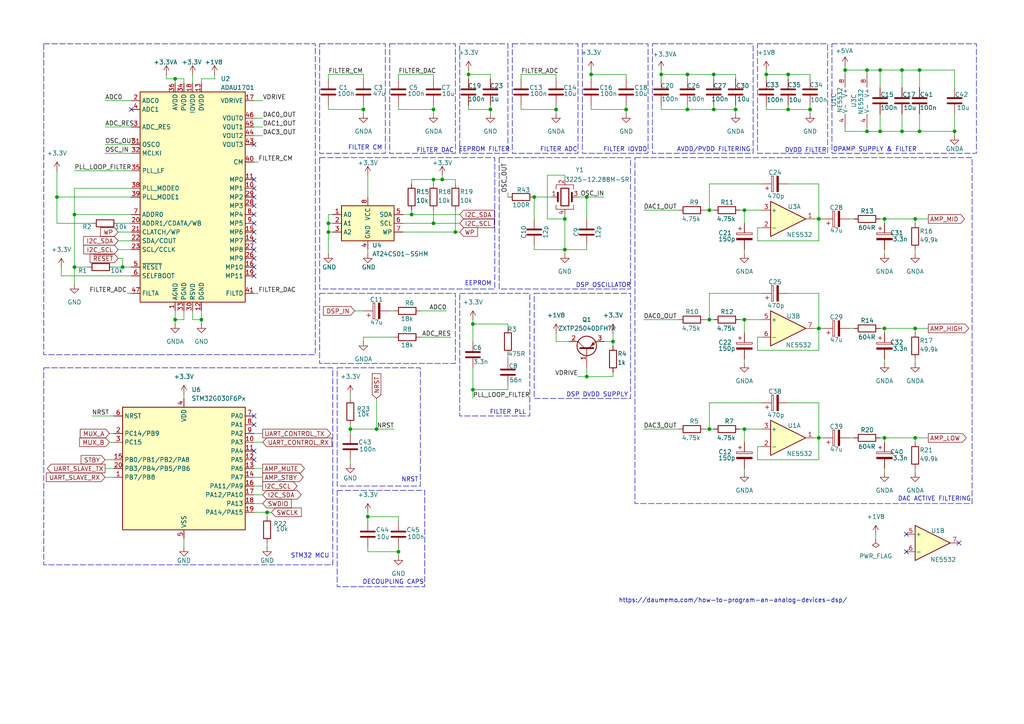
<source format=kicad_sch>
(kicad_sch (version 20231120) (generator "eeschema") (generator_version "8.0")
  (paper "A4")
  (junction (at 16.51 57.15))
  (junction (at 191.77 21.59))
  (junction (at 245.11 20.32))
  (junction (at 154.94 57.15))
  (junction (at 77.47 148.59))
  (junction (at 234.95 31.75))
  (junction (at 265.43 127))
  (junction (at 115.57 160.02))
  (junction (at 222.25 21.59))
  (junction (at 106.68 149.86))
  (junction (at 265.43 63.5))
  (junction (at 199.39 21.59))
  (junction (at 256.54 63.5))
  (junction (at 256.54 127))
  (junction (at 95.25 64.77))
  (junction (at 142.24 31.75))
  (junction (at 276.86 38.1))
  (junction (at 251.46 20.32))
  (junction (at 205.74 60.96))
  (junction (at 228.6 21.59))
  (junction (at 128.27 52.07))
  (junction (at 101.6 124.46))
  (junction (at 237.49 95.25))
  (junction (at 237.49 63.5))
  (junction (at 228.6 31.75))
  (junction (at 50.8 92.71))
  (junction (at 261.62 38.1))
  (junction (at 125.73 31.75))
  (junction (at 137.16 93.98))
  (junction (at 21.59 77.47))
  (junction (at 35.56 77.47))
  (junction (at 125.73 64.77))
  (junction (at 95.25 67.31))
  (junction (at 207.01 21.59))
  (junction (at 215.9 60.96))
  (junction (at 137.16 113.03))
  (junction (at 163.83 72.39))
  (junction (at 163.83 63.5))
  (junction (at 177.8 99.06))
  (junction (at 265.43 95.25))
  (junction (at 205.74 92.71))
  (junction (at 171.45 21.59))
  (junction (at 207.01 31.75))
  (junction (at 50.8 22.86))
  (junction (at 58.42 92.71))
  (junction (at 205.74 124.46))
  (junction (at 215.9 92.71))
  (junction (at 256.54 95.25))
  (junction (at 21.59 62.23))
  (junction (at 215.9 124.46))
  (junction (at 237.49 127))
  (junction (at 170.18 109.22))
  (junction (at 170.18 57.15))
  (junction (at 105.41 31.75))
  (junction (at 261.62 20.32))
  (junction (at 213.36 31.75))
  (junction (at 255.27 20.32))
  (junction (at 181.61 31.75))
  (junction (at 125.73 52.07))
  (junction (at 266.7 20.32))
  (junction (at 251.46 38.1))
  (junction (at 161.29 31.75))
  (junction (at 132.08 67.31))
  (junction (at 109.22 124.46))
  (junction (at 266.7 38.1))
  (junction (at 199.39 31.75))
  (junction (at 135.89 21.59))
  (junction (at 119.38 62.23))
  (junction (at 255.27 38.1))
  (no_connect (at 73.66 64.77))
  (no_connect (at 73.66 77.47))
  (no_connect (at 73.66 52.07))
  (no_connect (at 73.66 57.15))
  (no_connect (at 262.89 154.94))
  (no_connect (at 278.13 157.48))
  (no_connect (at 73.66 120.65))
  (no_connect (at 73.66 130.81))
  (no_connect (at 38.1 31.75))
  (no_connect (at 73.66 62.23))
  (no_connect (at 73.66 74.93))
  (no_connect (at 73.66 67.31))
  (no_connect (at 73.66 54.61))
  (no_connect (at 73.66 72.39))
  (no_connect (at 73.66 123.19))
  (no_connect (at 73.66 59.69))
  (no_connect (at 73.66 41.91))
  (no_connect (at 73.66 133.35))
  (no_connect (at 73.66 69.85))
  (no_connect (at 262.89 160.02))
  (no_connect (at 73.66 80.01))
  (wire (pts (xy 106.68 151.13) (xy 106.68 149.86)))
  (wire (pts (xy 161.29 33.02) (xy 161.29 31.75)))
  (wire (pts (xy 36.83 85.09) (xy 38.1 85.09)))
  (wire (pts (xy 158.75 50.8) (xy 163.83 50.8)))
  (wire (pts (xy 215.9 60.96) (xy 220.98 60.96)))
  (wire (pts (xy 31.75 125.73) (xy 33.02 125.73)))
  (wire (pts (xy 115.57 160.02) (xy 106.68 160.02)))
  (wire (pts (xy 95.25 21.59) (xy 105.41 21.59)))
  (wire (pts (xy 21.59 77.47) (xy 25.4 77.47)))
  (wire (pts (xy 222.25 20.32) (xy 222.25 21.59)))
  (wire (pts (xy 237.49 95.25) (xy 236.22 95.25)))
  (wire (pts (xy 255.27 33.02) (xy 255.27 38.1)))
  (wire (pts (xy 234.95 30.48) (xy 234.95 31.75)))
  (wire (pts (xy 186.69 92.71) (xy 196.85 92.71)))
  (wire (pts (xy 255.27 127) (xy 256.54 127)))
  (wire (pts (xy 237.49 63.5) (xy 236.22 63.5)))
  (wire (pts (xy 256.54 63.5) (xy 265.43 63.5)))
  (wire (pts (xy 205.74 116.84) (xy 220.98 116.84)))
  (wire (pts (xy 137.16 113.03) (xy 137.16 115.57)))
  (wire (pts (xy 125.73 52.07) (xy 125.73 53.34)))
  (wire (pts (xy 163.83 50.8) (xy 163.83 52.07)))
  (wire (pts (xy 191.77 20.32) (xy 191.77 21.59)))
  (wire (pts (xy 245.11 38.1) (xy 251.46 38.1)))
  (wire (pts (xy 266.7 25.4) (xy 266.7 20.32)))
  (wire (pts (xy 255.27 95.25) (xy 256.54 95.25)))
  (wire (pts (xy 219.71 133.35) (xy 237.49 133.35)))
  (wire (pts (xy 135.89 21.59) (xy 142.24 21.59)))
  (wire (pts (xy 137.16 113.03) (xy 137.16 106.68)))
  (wire (pts (xy 256.54 95.25) (xy 256.54 96.52)))
  (wire (pts (xy 137.16 92.71) (xy 137.16 93.98)))
  (wire (pts (xy 147.32 55.88) (xy 147.32 57.15)))
  (wire (pts (xy 205.74 60.96) (xy 205.74 53.34)))
  (wire (pts (xy 105.41 97.79) (xy 114.3 97.79)))
  (wire (pts (xy 30.48 138.43) (xy 33.02 138.43)))
  (wire (pts (xy 48.26 22.86) (xy 50.8 22.86)))
  (wire (pts (xy 213.36 33.02) (xy 213.36 31.75)))
  (wire (pts (xy 21.59 82.55) (xy 21.59 77.47)))
  (wire (pts (xy 228.6 31.75) (xy 234.95 31.75)))
  (wire (pts (xy 142.24 21.59) (xy 142.24 22.86)))
  (wire (pts (xy 115.57 149.86) (xy 115.57 151.13)))
  (wire (pts (xy 73.66 148.59) (xy 77.47 148.59)))
  (wire (pts (xy 191.77 30.48) (xy 191.77 31.75)))
  (wire (pts (xy 151.13 31.75) (xy 161.29 31.75)))
  (wire (pts (xy 116.84 62.23) (xy 119.38 62.23)))
  (wire (pts (xy 207.01 21.59) (xy 213.36 21.59)))
  (wire (pts (xy 228.6 21.59) (xy 228.6 22.86)))
  (wire (pts (xy 219.71 66.04) (xy 219.71 69.85)))
  (wire (pts (xy 125.73 64.77) (xy 133.35 64.77)))
  (wire (pts (xy 105.41 21.59) (xy 105.41 22.86)))
  (wire (pts (xy 261.62 38.1) (xy 261.62 33.02)))
  (wire (pts (xy 21.59 77.47) (xy 21.59 62.23)))
  (wire (pts (xy 95.25 64.77) (xy 95.25 67.31)))
  (wire (pts (xy 58.42 22.86) (xy 58.42 24.13)))
  (wire (pts (xy 265.43 127) (xy 269.24 127)))
  (wire (pts (xy 170.18 63.5) (xy 170.18 57.15)))
  (wire (pts (xy 205.74 53.34) (xy 220.98 53.34)))
  (wire (pts (xy 76.2 128.27) (xy 73.66 128.27)))
  (wire (pts (xy 219.71 129.54) (xy 219.71 133.35)))
  (wire (pts (xy 73.66 146.05) (xy 76.2 146.05)))
  (wire (pts (xy 191.77 21.59) (xy 191.77 22.86)))
  (wire (pts (xy 245.11 20.32) (xy 251.46 20.32)))
  (wire (pts (xy 50.8 22.86) (xy 50.8 24.13)))
  (wire (pts (xy 115.57 21.59) (xy 115.57 22.86)))
  (wire (pts (xy 237.49 133.35) (xy 237.49 127)))
  (wire (pts (xy 177.8 99.06) (xy 177.8 100.33)))
  (wire (pts (xy 256.54 73.66) (xy 256.54 72.39)))
  (wire (pts (xy 30.48 133.35) (xy 33.02 133.35)))
  (wire (pts (xy 237.49 127) (xy 236.22 127)))
  (wire (pts (xy 234.95 33.02) (xy 234.95 31.75)))
  (wire (pts (xy 214.63 60.96) (xy 215.9 60.96)))
  (wire (pts (xy 167.64 109.22) (xy 170.18 109.22)))
  (wire (pts (xy 21.59 54.61) (xy 38.1 54.61)))
  (wire (pts (xy 154.94 72.39) (xy 154.94 71.12)))
  (wire (pts (xy 276.86 38.1) (xy 276.86 33.02)))
  (wire (pts (xy 171.45 20.32) (xy 171.45 21.59)))
  (wire (pts (xy 186.69 124.46) (xy 196.85 124.46)))
  (wire (pts (xy 234.95 22.86) (xy 234.95 21.59)))
  (wire (pts (xy 191.77 31.75) (xy 199.39 31.75)))
  (wire (pts (xy 128.27 52.07) (xy 132.08 52.07)))
  (wire (pts (xy 207.01 21.59) (xy 207.01 22.86)))
  (wire (pts (xy 255.27 20.32) (xy 251.46 20.32)))
  (wire (pts (xy 237.49 63.5) (xy 238.76 63.5)))
  (wire (pts (xy 171.45 30.48) (xy 171.45 31.75)))
  (wire (pts (xy 116.84 67.31) (xy 132.08 67.31)))
  (wire (pts (xy 207.01 30.48) (xy 207.01 31.75)))
  (wire (pts (xy 31.75 128.27) (xy 33.02 128.27)))
  (wire (pts (xy 276.86 25.4) (xy 276.86 20.32)))
  (wire (pts (xy 105.41 30.48) (xy 105.41 31.75)))
  (wire (pts (xy 151.13 21.59) (xy 151.13 22.86)))
  (wire (pts (xy 219.71 97.79) (xy 219.71 101.6)))
  (wire (pts (xy 95.25 64.77) (xy 96.52 64.77)))
  (wire (pts (xy 215.9 104.14) (xy 215.9 105.41)))
  (wire (pts (xy 266.7 38.1) (xy 276.86 38.1)))
  (wire (pts (xy 207.01 60.96) (xy 205.74 60.96)))
  (wire (pts (xy 251.46 38.1) (xy 255.27 38.1)))
  (wire (pts (xy 265.43 95.25) (xy 269.24 95.25)))
  (wire (pts (xy 205.74 124.46) (xy 205.74 116.84)))
  (wire (pts (xy 261.62 38.1) (xy 266.7 38.1)))
  (wire (pts (xy 53.34 156.21) (xy 53.34 158.75)))
  (wire (pts (xy 256.54 127) (xy 256.54 128.27)))
  (wire (pts (xy 199.39 21.59) (xy 207.01 21.59)))
  (wire (pts (xy 256.54 127) (xy 265.43 127)))
  (wire (pts (xy 74.93 85.09) (xy 73.66 85.09)))
  (wire (pts (xy 101.6 124.46) (xy 101.6 125.73)))
  (wire (pts (xy 16.51 57.15) (xy 38.1 57.15)))
  (wire (pts (xy 30.48 36.83) (xy 38.1 36.83)))
  (wire (pts (xy 125.73 52.07) (xy 128.27 52.07)))
  (wire (pts (xy 220.98 129.54) (xy 219.71 129.54)))
  (wire (pts (xy 222.25 30.48) (xy 222.25 31.75)))
  (wire (pts (xy 245.11 21.59) (xy 245.11 20.32)))
  (wire (pts (xy 228.6 21.59) (xy 234.95 21.59)))
  (wire (pts (xy 26.67 64.77) (xy 16.51 64.77)))
  (wire (pts (xy 101.6 124.46) (xy 109.22 124.46)))
  (wire (pts (xy 76.2 125.73) (xy 73.66 125.73)))
  (wire (pts (xy 116.84 64.77) (xy 125.73 64.77)))
  (wire (pts (xy 95.25 21.59) (xy 95.25 22.86)))
  (wire (pts (xy 237.49 95.25) (xy 238.76 95.25)))
  (wire (pts (xy 177.8 96.52) (xy 177.8 99.06)))
  (wire (pts (xy 163.83 63.5) (xy 158.75 63.5)))
  (wire (pts (xy 276.86 38.1) (xy 276.86 39.37)))
  (wire (pts (xy 265.43 64.77) (xy 265.43 63.5)))
  (wire (pts (xy 265.43 128.27) (xy 265.43 127)))
  (wire (pts (xy 105.41 33.02) (xy 105.41 31.75)))
  (wire (pts (xy 255.27 20.32) (xy 261.62 20.32)))
  (wire (pts (xy 186.69 60.96) (xy 196.85 60.96)))
  (wire (pts (xy 26.67 120.65) (xy 33.02 120.65)))
  (wire (pts (xy 215.9 124.46) (xy 215.9 128.27)))
  (wire (pts (xy 95.25 67.31) (xy 95.25 73.66)))
  (wire (pts (xy 215.9 92.71) (xy 215.9 96.52)))
  (wire (pts (xy 33.02 77.47) (xy 35.56 77.47)))
  (wire (pts (xy 170.18 57.15) (xy 175.26 57.15)))
  (wire (pts (xy 38.1 62.23) (xy 21.59 62.23)))
  (wire (pts (xy 181.61 30.48) (xy 181.61 31.75)))
  (wire (pts (xy 34.29 74.93) (xy 35.56 74.93)))
  (wire (pts (xy 261.62 25.4) (xy 261.62 20.32)))
  (wire (pts (xy 161.29 30.48) (xy 161.29 31.75)))
  (wire (pts (xy 106.68 160.02) (xy 106.68 158.75)))
  (wire (pts (xy 115.57 161.29) (xy 115.57 160.02)))
  (wire (pts (xy 165.1 99.06) (xy 161.29 99.06)))
  (wire (pts (xy 34.29 67.31) (xy 38.1 67.31)))
  (wire (pts (xy 245.11 19.05) (xy 245.11 20.32)))
  (wire (pts (xy 53.34 90.17) (xy 53.34 92.71)))
  (wire (pts (xy 255.27 63.5) (xy 256.54 63.5)))
  (wire (pts (xy 163.83 72.39) (xy 154.94 72.39)))
  (wire (pts (xy 181.61 33.02) (xy 181.61 31.75)))
  (wire (pts (xy 77.47 148.59) (xy 77.47 149.86)))
  (wire (pts (xy 115.57 31.75) (xy 125.73 31.75)))
  (wire (pts (xy 213.36 30.48) (xy 213.36 31.75)))
  (wire (pts (xy 119.38 52.07) (xy 125.73 52.07)))
  (wire (pts (xy 106.68 148.59) (xy 106.68 149.86)))
  (wire (pts (xy 246.38 127) (xy 247.65 127)))
  (wire (pts (xy 215.9 135.89) (xy 215.9 137.16)))
  (wire (pts (xy 55.88 21.59) (xy 55.88 24.13)))
  (wire (pts (xy 102.87 90.17) (xy 105.41 90.17)))
  (wire (pts (xy 137.16 99.06) (xy 137.16 93.98)))
  (wire (pts (xy 119.38 62.23) (xy 119.38 60.96)))
  (wire (pts (xy 115.57 21.59) (xy 125.73 21.59)))
  (wire (pts (xy 215.9 92.71) (xy 220.98 92.71)))
  (wire (pts (xy 265.43 135.89) (xy 265.43 137.16)))
  (wire (pts (xy 237.49 127) (xy 237.49 116.84)))
  (wire (pts (xy 251.46 20.32) (xy 251.46 21.59)))
  (wire (pts (xy 205.74 92.71) (xy 205.74 85.09)))
  (wire (pts (xy 109.22 124.46) (xy 114.3 124.46)))
  (wire (pts (xy 171.45 21.59) (xy 181.61 21.59)))
  (wire (pts (xy 125.73 30.48) (xy 125.73 31.75)))
  (wire (pts (xy 30.48 29.21) (xy 38.1 29.21)))
  (wire (pts (xy 16.51 64.77) (xy 16.51 57.15)))
  (wire (pts (xy 255.27 25.4) (xy 255.27 20.32)))
  (wire (pts (xy 181.61 21.59) (xy 181.61 22.86)))
  (wire (pts (xy 237.49 101.6) (xy 237.49 95.25)))
  (wire (pts (xy 199.39 21.59) (xy 199.39 22.86)))
  (wire (pts (xy 151.13 21.59) (xy 161.29 21.59)))
  (wire (pts (xy 177.8 99.06) (xy 175.26 99.06)))
  (wire (pts (xy 237.49 85.09) (xy 228.6 85.09)))
  (wire (pts (xy 34.29 72.39) (xy 38.1 72.39)))
  (wire (pts (xy 246.38 95.25) (xy 247.65 95.25)))
  (wire (pts (xy 214.63 124.46) (xy 215.9 124.46)))
  (wire (pts (xy 204.47 124.46) (xy 205.74 124.46)))
  (wire (pts (xy 95.25 30.48) (xy 95.25 31.75)))
  (wire (pts (xy 215.9 72.39) (xy 215.9 73.66)))
  (wire (pts (xy 261.62 20.32) (xy 266.7 20.32)))
  (wire (pts (xy 265.43 96.52) (xy 265.43 95.25)))
  (wire (pts (xy 73.66 34.29) (xy 76.2 34.29)))
  (wire (pts (xy 151.13 30.48) (xy 151.13 31.75)))
  (wire (pts (xy 125.73 33.02) (xy 125.73 31.75)))
  (wire (pts (xy 154.94 57.15) (xy 154.94 63.5)))
  (wire (pts (xy 219.71 69.85) (xy 237.49 69.85)))
  (wire (pts (xy 163.83 62.23) (xy 163.83 63.5)))
  (wire (pts (xy 106.68 72.39) (xy 106.68 73.66)))
  (wire (pts (xy 58.42 90.17) (xy 58.42 92.71)))
  (wire (pts (xy 109.22 115.57) (xy 109.22 124.46)))
  (wire (pts (xy 119.38 62.23) (xy 133.35 62.23)))
  (wire (pts (xy 161.29 99.06) (xy 161.29 96.52)))
  (wire (pts (xy 237.49 69.85) (xy 237.49 63.5)))
  (wire (pts (xy 254 156.21) (xy 254 154.94)))
  (wire (pts (xy 147.32 113.03) (xy 147.32 111.76)))
  (wire (pts (xy 132.08 67.31) (xy 133.35 67.31)))
  (wire (pts (xy 228.6 30.48) (xy 228.6 31.75)))
  (wire (pts (xy 105.41 97.79) (xy 105.41 99.06)))
  (wire (pts (xy 121.92 97.79) (xy 130.81 97.79)))
  (wire (pts (xy 207.01 124.46) (xy 205.74 124.46)))
  (wire (pts (xy 74.93 46.99) (xy 73.66 46.99)))
  (wire (pts (xy 214.63 92.71) (xy 215.9 92.71)))
  (wire (pts (xy 147.32 93.98) (xy 137.16 93.98)))
  (wire (pts (xy 220.98 97.79) (xy 219.71 97.79)))
  (wire (pts (xy 237.49 95.25) (xy 237.49 85.09)))
  (wire (pts (xy 38.1 80.01) (xy 17.78 80.01)))
  (wire (pts (xy 30.48 41.91) (xy 38.1 41.91)))
  (wire (pts (xy 21.59 49.53) (xy 38.1 49.53)))
  (wire (pts (xy 256.54 95.25) (xy 265.43 95.25)))
  (wire (pts (xy 106.68 149.86) (xy 115.57 149.86)))
  (wire (pts (xy 55.88 90.17) (xy 55.88 92.71)))
  (wire (pts (xy 119.38 53.34) (xy 119.38 52.07)))
  (wire (pts (xy 171.45 31.75) (xy 181.61 31.75)))
  (wire (pts (xy 62.23 21.59) (xy 62.23 22.86)))
  (wire (pts (xy 53.34 92.71) (xy 50.8 92.71)))
  (wire (pts (xy 199.39 31.75) (xy 207.01 31.75)))
  (wire (pts (xy 163.83 63.5) (xy 163.83 72.39)))
  (wire (pts (xy 237.49 116.84) (xy 228.6 116.84)))
  (wire (pts (xy 137.16 113.03) (xy 147.32 113.03)))
  (wire (pts (xy 147.32 95.25) (xy 147.32 93.98)))
  (wire (pts (xy 142.24 30.48) (xy 142.24 31.75)))
  (wire (pts (xy 199.39 30.48) (xy 199.39 31.75)))
  (wire (pts (xy 34.29 69.85) (xy 38.1 69.85)))
  (wire (pts (xy 53.34 114.3) (xy 53.34 115.57)))
  (wire (pts (xy 17.78 77.47) (xy 17.78 80.01)))
  (wire (pts (xy 171.45 21.59) (xy 171.45 22.86)))
  (wire (pts (xy 215.9 60.96) (xy 215.9 64.77)))
  (wire (pts (xy 167.64 57.15) (xy 170.18 57.15)))
  (wire (pts (xy 115.57 158.75) (xy 115.57 160.02)))
  (wire (pts (xy 135.89 20.32) (xy 135.89 21.59)))
  (wire (pts (xy 251.46 36.83) (xy 251.46 38.1)))
  (wire (pts (xy 204.47 60.96) (xy 205.74 60.96)))
  (wire (pts (xy 121.92 90.17) (xy 129.54 90.17)))
  (wire (pts (xy 132.08 53.34) (xy 132.08 52.07)))
  (wire (pts (xy 245.11 36.83) (xy 245.11 38.1)))
  (wire (pts (xy 135.89 31.75) (xy 142.24 31.75)))
  (wire (pts (xy 30.48 135.89) (xy 33.02 135.89)))
  (wire (pts (xy 170.18 106.68) (xy 170.18 109.22)))
  (wire (pts (xy 76.2 135.89) (xy 73.66 135.89)))
  (wire (pts (xy 106.68 50.8) (xy 106.68 57.15)))
  (wire (pts (xy 191.77 21.59) (xy 199.39 21.59)))
  (wire (pts (xy 246.38 63.5) (xy 247.65 63.5)))
  (wire (pts (xy 53.34 24.13) (xy 53.34 22.86)))
  (wire (pts (xy 177.8 107.95) (xy 177.8 109.22)))
  (wire (pts (xy 30.48 44.45) (xy 38.1 44.45)))
  (wire (pts (xy 62.23 22.86) (xy 58.42 22.86)))
  (wire (pts (xy 213.36 21.59) (xy 213.36 22.86)))
  (wire (pts (xy 158.75 63.5) (xy 158.75 50.8)))
  (wire (pts (xy 125.73 64.77) (xy 125.73 60.96)))
  (wire (pts (xy 35.56 77.47) (xy 38.1 77.47)))
  (wire (pts (xy 204.47 92.71) (xy 205.74 92.71)))
  (wire (pts (xy 163.83 73.66) (xy 163.83 72.39)))
  (wire (pts (xy 113.03 90.17) (xy 114.3 90.17)))
  (wire (pts (xy 73.66 36.83) (xy 76.2 36.83)))
  (wire (pts (xy 128.27 50.8) (xy 128.27 52.07)))
  (wire (pts (xy 256.54 105.41) (xy 256.54 104.14)))
  (wire (pts (xy 256.54 63.5) (xy 256.54 64.77)))
  (wire (pts (xy 142.24 33.02) (xy 142.24 31.75)))
  (wire (pts (xy 132.08 67.31) (xy 132.08 60.96)))
  (wire (pts (xy 170.18 72.39) (xy 163.83 72.39)))
  (wire (pts (xy 170.18 71.12) (xy 170.18 72.39)))
  (wire (pts (xy 125.73 21.59) (xy 125.73 22.86)))
  (wire (pts (xy 16.51 49.53) (xy 16.51 57.15)))
  (wire (pts (xy 58.42 92.71) (xy 58.42 93.98)))
  (wire (pts (xy 205.74 85.09) (xy 220.98 85.09)))
  (wire (pts (xy 219.71 101.6) (xy 237.49 101.6)))
  (wire (pts (xy 96.52 62.23) (xy 95.25 62.23)))
  (wire (pts (xy 237.49 127) (xy 238.76 127)))
  (wire (pts (xy 76.2 143.51) (xy 73.66 143.51)))
  (wire (pts (xy 160.02 57.15) (xy 154.94 57.15)))
  (wire (pts (xy 135.89 21.59) (xy 135.89 22.86)))
  (wire (pts (xy 77.47 148.59) (xy 78.74 148.59)))
  (wire (pts (xy 147.32 102.87) (xy 147.32 104.14)))
  (wire (pts (xy 95.25 31.75) (xy 105.41 31.75)))
  (wire (pts (xy 48.26 22.86) (xy 48.26 21.59)))
  (wire (pts (xy 21.59 54.61) (xy 21.59 62.23)))
  (wire (pts (xy 222.25 21.59) (xy 228.6 21.59)))
  (wire (pts (xy 255.27 38.1) (xy 261.62 38.1)))
  (wire (pts (xy 265.43 72.39) (xy 265.43 73.66)))
  (wire (pts (xy 220.98 66.04) (xy 219.71 66.04)))
  (wire (pts (xy 222.25 21.59) (xy 222.25 22.86)))
  (wire (pts (xy 237.49 63.5) (xy 237.49 53.34)))
  (wire (pts (xy 161.29 21.59) (xy 161.29 22.86)))
  (wire (pts (xy 135.89 30.48) (xy 135.89 31.75)))
  (wire (pts (xy 101.6 133.35) (xy 101.6 134.62)))
  (wire (pts (xy 95.25 67.31) (xy 96.52 67.31)))
  (wire (pts (xy 101.6 123.19) (xy 101.6 124.46)))
  (wire (pts (xy 177.8 109.22) (xy 170.18 109.22)))
  (wire (pts (xy 237.49 53.34) (xy 228.6 53.34)))
  (wire (pts (xy 73.66 29.21) (xy 76.2 29.21)))
  (wire (pts (xy 55.88 92.71) (xy 58.42 92.71)))
  (wire (pts (xy 207.01 92.71) (xy 205.74 92.71)))
  (wire (pts (xy 53.34 22.86) (xy 50.8 22.86)))
  (wire (pts (xy 73.66 39.37) (xy 76.2 39.37)))
  (wire (pts (xy 222.25 31.75) (xy 228.6 31.75)))
  (wire (pts (xy 101.6 114.3) (xy 101.6 115.57)))
  (wire (pts (xy 50.8 92.71) (xy 50.8 93.98)))
  (wire (pts (xy 215.9 124.46) (xy 220.98 124.46)))
  (wire (pts (xy 265.43 63.5) (xy 269.24 63.5)))
  (wire (pts (xy 207.01 31.75) (xy 213.36 31.75)))
  (wire (pts (xy 276.86 20.32) (xy 266.7 20.32)))
  (wire (pts (xy 95.25 62.23) (xy 95.25 64.77)))
  (wire (pts (xy 266.7 33.02) (xy 266.7 38.1)))
  (wire (pts (xy 76.2 140.97) (xy 73.66 140.97)))
  (wire (pts (xy 256.54 137.16) (xy 256.54 135.89)))
  (wire (pts (xy 76.2 138.43) (xy 73.66 138.43)))
  (wire (pts (xy 50.8 90.17) (xy 50.8 92.71)))
  (wire (pts (xy 34.29 64.77) (xy 38.1 64.77)))
  (wire (pts (xy 115.57 30.48) (xy 115.57 31.75)))
  (wire (pts (xy 265.43 104.14) (xy 265.43 105.41)))
  (wire (pts (xy 35.56 74.93) (xy 35.56 77.47)))
  (wire (pts (xy 77.47 157.48) (xy 77.47 158.75)))
  (rectangle (start 219.71 12.7) (end 240.03 44.45) (stroke (width 0) (type dash)))
  (rectangle (start 133.35 12.7) (end 147.32 44.45) (stroke (width 0) (type dash)))
  (rectangle (start 144.78 45.72) (end 182.88 83.82) (stroke (width 0) (type dash)))
  (rectangle (start 148.59 12.7) (end 167.64 44.45) (stroke (width 0) (type dash)))
  (rectangle (start 92.71 45.72) (end 143.51 83.82) (stroke (width 0) (type dash)))
  (rectangle (start 133.35 85.09) (end 153.67 120.65) (stroke (width 0) (type dash)))
  (rectangle (start 241.3 12.7) (end 283.21 44.45) (stroke (width 0) (type dash)))
  (rectangle (start 168.91 12.7) (end 187.96 44.45) (stroke (width 0) (type dash)))
  (rectangle (start 97.79 142.24) (end 123.19 170.18) (stroke (width 0) (type dash)))
  (rectangle (start 12.7 12.7) (end 91.44 102.87) (stroke (width 0) (type dash)))
  (rectangle (start 92.71 12.7) (end 111.76 44.45) (stroke (width 0) (type dash)))
  (rectangle (start 92.71 85.09) (end 132.08 105.41) (stroke (width 0) (type dash)))
  (rectangle (start 184.15 45.72) (end 281.94 146.05) (stroke (width 0) (type dash)))
  (rectangle (start 189.23 12.7) (end 218.44 44.45) (stroke (width 0) (type dash)))
  (rectangle (start 154.94 85.09) (end 182.88 115.57) (stroke (width 0) (type dash)))
  (rectangle (start 113.03 12.7) (end 132.08 44.45) (stroke (width 0) (type dash)))
  (rectangle (start 97.79 106.68) (end 121.92 140.97) (stroke (width 0) (type dash)))
  (rectangle (start 12.7 106.68) (end 96.52 163.83) (stroke (width 0) (type dash)))
  (text "EEPROM" (at 138.684 82.296 0) (effects (font (size 1.27 1.27))))
  (text "DAC ACTIVE FILTERING" (at 271.018 144.78 0) (effects (font (size 1.27 1.27))))
  (text "DECOUPLING CAPS" (at 114.046 168.91 0) (effects (font (size 1.27 1.27))))
  (text "AVDD/PVDD FILTERING" (at 207.01 43.434 0) (effects (font (size 1.27 1.27))))
  (text "STM32 MCU\n" (at 89.916 161.29 0) (effects (font (size 1.27 1.27))))
  (text "FILTER PLL" (at 147.32 119.634 0) (effects (font (size 1.27 1.27))))
  (text "DVDD FILTER" (at 233.68 43.688 0) (effects (font (size 1.27 1.27))))
  (text "https://daumemo.com/how-to-program-an-analog-devices-dsp/" (at 212.598 174.244 0) (effects (font (size 1.27 1.27))))
  (text "FILTER DAC" (at 126.238 43.688 0) (effects (font (size 1.27 1.27))))
  (text "OPAMP SUPPLY & FILTER" (at 253.746 43.434 0) (effects (font (size 1.27 1.27))))
  (text "EEPROM FILTER\n" (at 140.462 43.434 0) (effects (font (size 1.27 1.27))))
  (text "FILTER ADC" (at 162.052 43.434 0) (effects (font (size 1.27 1.27))))
  (text "FILTER CM" (at 105.918 42.926 0) (effects (font (size 1.27 1.27))))
  (text "DSP OSCILLATOR" (at 175.006 82.804 0) (effects (font (size 1.27 1.27))))
  (text "FILTER IOVDD" (at 181.356 43.434 0) (effects (font (size 1.27 1.27))))
  (text "DSP DVDD SUPPLY" (at 173.228 114.554 0) (effects (font (size 1.27 1.27))))
  (text "NRST" (at 118.872 139.192 0) (effects (font (size 1.27 1.27))))
  (label "FILTER_CM" (at 74.93 46.99 0))
  (label "OSC_IN" (at 30.48 44.45 0))
  (label "DAC3_OUT" (at 76.2 39.37 0))
  (label "NRST" (at 26.67 120.65 0))
  (label "ADC_RES" (at 130.81 97.79 180))
  (label "OSC_IN" (at 175.26 57.15 180))
  (label "OSC_OUT" (at 147.32 55.88 90))
  (label "PLL_LOOP_FILTER" (at 21.59 49.53 0))
  (label "ADC_RES" (at 30.48 36.83 0))
  (label "FILTER_CM" (at 95.25 21.59 0))
  (label "FILTER_DAC" (at 115.57 21.59 0))
  (label "OSC_OUT" (at 30.48 41.91 0))
  (label "DAC0_OUT" (at 186.69 92.71 0))
  (label "DAC3_OUT" (at 186.69 124.46 0))
  (label "DAC1_OUT" (at 76.2 36.83 0))
  (label "DAC1_OUT" (at 186.69 60.96 0))
  (label "FILTER_ADC" (at 151.13 21.59 0))
  (label "ADC0" (at 30.48 29.21 0))
  (label "FILTER_DAC" (at 74.93 85.09 0))
  (label "VDRIVE" (at 167.64 109.22 180))
  (label "FILTER_ADC" (at 36.83 85.09 180))
  (label "DAC0_OUT" (at 76.2 34.29 0))
  (label "PLL_LOOP_FILTER" (at 137.16 115.57 0))
  (label "VDRIVE" (at 76.2 29.21 0))
  (label "NRST" (at 114.3 124.46 180))
  (label "ADC0" (at 129.54 90.17 180))
  (global_label "AMP_MID" (shape output) (at 269.24 63.5 0) (property "Intersheetrefs" "${INTERSHEET_REFS}" (effects (hide yes))))
  (global_label "UART_SLAVE_TX" (shape output) (at 30.48 135.89 180) (property "Intersheetrefs" "${INTERSHEET_REFS}" (effects (hide yes))))
  (global_label "WP" (shape input) (at 34.29 67.31 180) (property "Intersheetrefs" "${INTERSHEET_REFS}" (effects (hide yes))))
  (global_label "AMP_STBY" (shape output) (at 76.2 138.43 0) (property "Intersheetrefs" "${INTERSHEET_REFS}" (effects (hide yes))))
  (global_label "I2C_SCL" (shape output) (at 76.2 140.97 0) (property "Intersheetrefs" "${INTERSHEET_REFS}" (effects (hide yes))))
  (global_label "AMP_HIGH" (shape output) (at 269.24 95.25 0) (property "Intersheetrefs" "${INTERSHEET_REFS}" (effects (hide yes))))
  (global_label "I2C_SDA" (shape input) (at 133.35 62.23 0) (property "Intersheetrefs" "${INTERSHEET_REFS}" (effects (hide yes))))
  (global_label "MUX_A" (shape input) (at 31.75 125.73 180) (property "Intersheetrefs" "${INTERSHEET_REFS}" (effects (hide yes))))
  (global_label "AMP_LOW" (shape output) (at 269.24 127 0) (property "Intersheetrefs" "${INTERSHEET_REFS}" (effects (hide yes))))
  (global_label "I2C_SCL" (shape input) (at 34.29 72.39 180) (property "Intersheetrefs" "${INTERSHEET_REFS}" (effects (hide yes))))
  (global_label "UART_CONTROL_RX" (shape input) (at 76.2 128.27 0) (property "Intersheetrefs" "${INTERSHEET_REFS}" (effects (hide yes))))
  (global_label "MUX_B" (shape input) (at 31.75 128.27 180) (property "Intersheetrefs" "${INTERSHEET_REFS}" (effects (hide yes))))
  (global_label "I2C_SDA" (shape input) (at 34.29 69.85 180) (property "Intersheetrefs" "${INTERSHEET_REFS}" (effects (hide yes))))
  (global_label "I2C_SCL" (shape input) (at 133.35 64.77 0) (property "Intersheetrefs" "${INTERSHEET_REFS}" (effects (hide yes))))
  (global_label "~{RESET}" (shape input) (at 34.29 74.93 180) (property "Intersheetrefs" "${INTERSHEET_REFS}" (effects (hide yes))))
  (global_label "SWDIO" (shape input) (at 76.2 146.05 0) (property "Intersheetrefs" "${INTERSHEET_REFS}" (effects (hide yes))))
  (global_label "NRST" (shape input) (at 109.22 115.57 90) (property "Intersheetrefs" "${INTERSHEET_REFS}" (effects (hide yes))))
  (global_label "DSP_IN" (shape input) (at 102.87 90.17 180) (property "Intersheetrefs" "${INTERSHEET_REFS}" (effects (hide yes))))
  (global_label "UART_CONTROL_TX" (shape output) (at 76.2 125.73 0) (property "Intersheetrefs" "${INTERSHEET_REFS}" (effects (hide yes))))
  (global_label "I2C_SDA" (shape bidirectional) (at 76.2 143.51 0) (property "Intersheetrefs" "${INTERSHEET_REFS}" (effects (hide yes))))
  (global_label "WP" (shape input) (at 133.35 67.31 0) (property "Intersheetrefs" "${INTERSHEET_REFS}" (effects (hide yes))))
  (global_label "AMP_MUTE" (shape output) (at 76.2 135.89 0) (property "Intersheetrefs" "${INTERSHEET_REFS}" (effects (hide yes))))
  (global_label "STBY" (shape input) (at 30.48 133.35 180) (property "Intersheetrefs" "${INTERSHEET_REFS}" (effects (hide yes))))
  (global_label "SWCLK" (shape input) (at 78.74 148.59 0) (property "Intersheetrefs" "${INTERSHEET_REFS}" (effects (hide yes))))
  (global_label "UART_SLAVE_RX" (shape input) (at 30.48 138.43 180) (property "Intersheetrefs" "${INTERSHEET_REFS}" (effects (hide yes))))
  (symbol (lib_id "power:GNDA") (at 215.9 137.16 0) (unit 1)
    (property "Reference" "#PWR08" (effects (hide yes)))
    (property "Value" "GNDA" (at 215.9 142.24 0))
    (property "Description" "Power symbol creates a global label with name \"GNDA\" , analog ground" (effects (hide yes)))
  )
  (symbol (lib_id "power:+3.3V") (at 106.68 148.59 0) (unit 1)
    (property "Reference" "#PWR066" (effects (hide yes)))
    (property "Value" "+3.3V" (at 106.68 143.51 0))
    (property "Description" "Power symbol creates a global label with name \"+3.3V\"" (effects (hide yes)))
  )
  (symbol (lib_id "power:+3.3V") (at 16.51 49.53 0) (unit 1)
    (property "Reference" "#PWR010" (effects (hide yes)))
    (property "Value" "+3.3V" (at 16.51 44.45 0))
    (property "Description" "Power symbol creates a global label with name \"+3.3V\"" (effects (hide yes)))
  )
  (symbol (lib_id "power:GNDA") (at 215.9 73.66 0) (unit 1)
    (property "Reference" "#PWR036" (effects (hide yes)))
    (property "Value" "GNDA" (at 215.9 78.74 0))
    (property "Description" "Power symbol creates a global label with name \"GNDA\" , analog ground" (effects (hide yes)))
  )
  (symbol (lib_id "Device:C") (at 228.6 26.67 0) (unit 1)
    (property "Reference" "C35" (at 230.378 24.638 0))
    (property "Value" "10u" (at 230.632 28.956 0))
    (property "Footprint" "Capacitor_SMD:C_0603_1608Metric_Pad1.08x0.95mm_HandSolder" (effects (hide yes)))
    (property "Description" "Unpolarized capacitor" (effects (hide yes)))
  )
  (symbol (lib_id "Device:R") (at 210.82 60.96 90) (unit 1)
    (property "Reference" "R11" (at 212.852 58.674 90) (effects (justify left)))
    (property "Value" "4.75k" (at 213.36 63.5 90) (effects (justify left)))
    (property "Footprint" "Resistor_SMD:R_0603_1608Metric_Pad0.98x0.95mm_HandSolder" (effects (hide yes)))
    (property "Description" "Resistor" (effects (hide yes)))
  )
  (symbol (lib_id "power:+3.3VA") (at 191.77 20.32 0) (unit 1)
    (property "Reference" "#PWR035" (effects (hide yes)))
    (property "Value" "+3.3VA" (at 192.786 15.748 0))
    (property "Description" "Power symbol creates a global label with name \"+3.3VA\"" (effects (hide yes)))
  )
  (symbol (lib_id "power:PWR_FLAG") (at 254 156.21 180) (unit 1)
    (property "Reference" "#FLG011" (effects (hide yes)))
    (property "Value" "PWR_FLAG" (at 254 161.29 0))
    (property "Description" "Special symbol for telling ERC where power comes from" (effects (hide yes)))
  )
  (symbol (lib_id "Device:R") (at 200.66 92.71 90) (unit 1)
    (property "Reference" "R10" (at 202.692 90.424 90) (effects (justify left)))
    (property "Value" "4.75k" (at 203.2 95.25 90) (effects (justify left)))
    (property "Footprint" "Resistor_SMD:R_0603_1608Metric_Pad0.98x0.95mm_HandSolder" (effects (hide yes)))
    (property "Description" "Resistor" (effects (hide yes)))
  )
  (symbol (lib_id "power:GND") (at 21.59 82.55 0) (unit 1)
    (property "Reference" "#PWR012" (effects (hide yes)))
    (property "Value" "GND" (at 21.59 87.63 0))
    (property "Description" "Power symbol creates a global label with name \"GND\" , ground" (effects (hide yes)))
  )
  (symbol (lib_id "power:GND") (at 101.6 134.62 0) (unit 1)
    (property "Reference" "#PWR064" (effects (hide yes)))
    (property "Value" "GND" (at 101.6 138.684 0))
    (property "Description" "Power symbol creates a global label with name \"GND\" , ground" (effects (hide yes)))
  )
  (symbol (lib_id "power:+3.3V") (at 55.88 21.59 0) (unit 1)
    (property "Reference" "#PWR017" (effects (hide yes)))
    (property "Value" "+3.3V" (at 55.626 18.034 0))
    (property "Description" "Power symbol creates a global label with name \"+3.3V\"" (effects (hide yes)))
  )
  (symbol (lib_id "Device:C_Polarized") (at 242.57 127 90) (unit 1)
    (property "Reference" "C39" (at 242.57 123.698 90))
    (property "Value" "47u" (at 242.57 130.302 90))
    (property "Footprint" "Capacitor_SMD:C_0603_1608Metric_Pad1.08x0.95mm_HandSolder" (effects (hide yes)))
    (property "Description" "Polarized capacitor" (effects (hide yes)))
  )
  (symbol (lib_id "power:+3.3V") (at 17.78 77.47 0) (unit 1)
    (property "Reference" "#PWR011" (effects (hide yes)))
    (property "Value" "+3.3V" (at 17.78 72.39 0))
    (property "Description" "Power symbol creates a global label with name \"+3.3V\"" (effects (hide yes)))
  )
  (symbol (lib_id "power:GNDA") (at 276.86 39.37 0) (unit 1)
    (property "Reference" "#PWR060" (effects (hide yes)))
    (property "Value" "GNDA" (at 276.86 43.18 0))
    (property "Description" "Power symbol creates a global label with name \"GNDA\" , analog ground" (effects (hide yes)))
  )
  (symbol (lib_id "Device:R") (at 200.66 60.96 90) (unit 1)
    (property "Reference" "R9" (at 202.692 58.674 90) (effects (justify left)))
    (property "Value" "4.75k" (at 203.2 63.5 90) (effects (justify left)))
    (property "Footprint" "Resistor_SMD:R_0603_1608Metric_Pad0.98x0.95mm_HandSolder" (effects (hide yes)))
    (property "Description" "Resistor" (effects (hide yes)))
  )
  (symbol (lib_id "Device:Q_PNP_BCE") (at 170.18 101.6 90) (unit 1)
    (property "Reference" "Q1" (at 170.18 92.71 90))
    (property "Value" "ZXTP25040DFHTA" (at 170.18 95.25 90))
    (property "Footprint" "Package_TO_SOT_SMD:SOT-23_Handsoldering" (effects (hide yes)))
    (property "Description" "PNP transistor, base/collector/emitter" (effects (hide yes)))
  )
  (symbol (lib_id "power:+3.3V") (at 137.16 92.71 0) (unit 1)
    (property "Reference" "#PWR023" (effects (hide yes)))
    (property "Value" "+3.3V" (at 137.16 87.63 0))
    (property "Description" "Power symbol creates a global label with name \"+3.3V\"" (effects (hide yes)))
  )
  (symbol (lib_id "Device:C") (at 266.7 29.21 0) (unit 1)
    (property "Reference" "C41" (at 268.732 27.432 0))
    (property "Value" "100n" (at 269.24 31.242 0))
    (property "Footprint" "Capacitor_SMD:C_0603_1608Metric_Pad1.08x0.95mm_HandSolder" (effects (hide yes)))
    (property "Description" "Unpolarized capacitor" (effects (hide yes)))
  )
  (symbol (lib_id "Device:R") (at 251.46 95.25 90) (unit 1)
    (property "Reference" "R14" (at 253.492 92.964 90) (effects (justify left)))
    (property "Value" "604R" (at 254 97.79 90) (effects (justify left)))
    (property "Footprint" "Resistor_SMD:R_0603_1608Metric_Pad0.98x0.95mm_HandSolder" (effects (hide yes)))
    (property "Description" "Resistor" (effects (hide yes)))
  )
  (symbol (lib_id "Device:C_Polarized") (at 224.79 116.84 90) (unit 1)
    (property "Reference" "C38" (at 224.79 113.538 90))
    (property "Value" "470p" (at 225.044 120.396 90))
    (property "Footprint" "Capacitor_SMD:C_0603_1608Metric_Pad1.08x0.95mm_HandSolder" (effects (hide yes)))
    (property "Description" "Polarized capacitor" (effects (hide yes)))
  )
  (symbol (lib_id "Device:R") (at 119.38 57.15 0) (unit 1)
    (property "Reference" "R15" (at 120.65 55.626 0) (effects (justify left)))
    (property "Value" "10k" (at 120.65 58.166 0) (effects (justify left)))
    (property "Footprint" "Resistor_SMD:R_0603_1608Metric_Pad0.98x0.95mm_HandSolder" (effects (hide yes)))
    (property "Description" "Resistor" (effects (hide yes)))
  )
  (symbol (lib_id "Device:C") (at 151.13 26.67 0) (unit 1)
    (property "Reference" "C13" (at 155.448 25.4 0))
    (property "Value" "100n" (at 156.21 27.178 0))
    (property "Footprint" "Capacitor_SMD:C_0603_1608Metric_Pad1.08x0.95mm_HandSolder" (effects (hide yes)))
    (property "Description" "Unpolarized capacitor" (effects (hide yes)))
  )
  (symbol (lib_id "power:+3.3V") (at 135.89 20.32 0) (unit 1)
    (property "Reference" "#PWR034" (effects (hide yes)))
    (property "Value" "+3.3V" (at 135.89 15.24 0))
    (property "Description" "Power symbol creates a global label with name \"+3.3V\"" (effects (hide yes)))
  )
  (symbol (lib_id "power:GND") (at 77.47 158.75 0) (unit 1)
    (property "Reference" "#PWR062" (effects (hide yes)))
    (property "Value" "GND" (at 77.47 162.56 0))
    (property "Description" "Power symbol creates a global label with name \"GND\" , ground" (effects (hide yes)))
  )
  (symbol (lib_id "Device:C") (at 105.41 26.67 0) (unit 1)
    (property "Reference" "C3" (at 109.728 25.4 0))
    (property "Value" "47u" (at 109.982 27.178 0))
    (property "Footprint" "Capacitor_SMD:C_0603_1608Metric_Pad1.08x0.95mm_HandSolder" (effects (hide yes)))
    (property "Description" "Unpolarized capacitor" (effects (hide yes)))
  )
  (symbol (lib_id "Amplifier_Operational:AD8606ARM") (at 228.6 95.25 0) (unit 2)
    (property "Reference" "U3" (at 230.124 91.694 0))
    (property "Value" "NE5532" (at 231.648 100.076 0))
    (property "Footprint" "Package_SO:SOIC-8-1EP_3.9x4.9mm_P1.27mm_EP2.29x3mm" (effects (hide yes)))
    (property "Datasheet" "https://www.analog.com/media/en/technical-documentation/data-sheets/AD8605_8606_8608.pdf" (effects (hide yes)))
    (property "Description" "Dual Precision Low Noise, Low Input Bias Current, Wide Bandwidth Operational Amplifiers, MSOP-8" (effects (hide yes)))
  )
  (symbol (lib_id "Device:R") (at 200.66 124.46 90) (unit 1)
    (property "Reference" "R5" (at 202.692 122.174 90) (effects (justify left)))
    (property "Value" "4.75k" (at 203.2 127 90) (effects (justify left)))
    (property "Footprint" "Resistor_SMD:R_0603_1608Metric_Pad0.98x0.95mm_HandSolder" (effects (hide yes)))
    (property "Description" "Resistor" (effects (hide yes)))
  )
  (symbol (lib_id "power:GND") (at 106.68 73.66 0) (unit 1)
    (property "Reference" "#PWR042" (effects (hide yes)))
    (property "Value" "GND" (at 106.934 77.47 0))
    (property "Description" "Power symbol creates a global label with name \"GND\" , ground" (effects (hide yes)))
  )
  (symbol (lib_id "power:+1V8") (at 254 154.94 0) (unit 1)
    (property "Reference" "#PWR074" (effects (hide yes)))
    (property "Value" "+1V8" (at 254 149.86 0))
    (property "Description" "Power symbol creates a global label with name \"+1V8\"" (effects (hide yes)))
  )
  (symbol (lib_id "Device:R") (at 265.43 68.58 0) (unit 1)
    (property "Reference" "R16" (at 266.7 67.056 0) (effects (justify left)))
    (property "Value" "49.9k" (at 266.7 69.596 0) (effects (justify left)))
    (property "Footprint" "Resistor_SMD:R_0603_1608Metric_Pad0.98x0.95mm_HandSolder" (effects (hide yes)))
    (property "Description" "Resistor" (effects (hide yes)))
  )
  (symbol (lib_id "Device:C_Polarized") (at 215.9 132.08 0) (unit 1)
    (property "Reference" "C12" (at 210.312 131.064 0))
    (property "Value" "150p" (at 210.82 132.842 0))
    (property "Footprint" "Capacitor_SMD:C_0603_1608Metric_Pad1.08x0.95mm_HandSolder" (effects (hide yes)))
    (property "Description" "Polarized capacitor" (effects (hide yes)))
  )
  (symbol (lib_id "Amplifier_Operational:AD8606ARM") (at 247.65 29.21 0) (unit 3)
    (property "Reference" "U1" (at 241.808 30.988 90) (effects (justify left)))
    (property "Value" "NE5532" (at 243.586 32.766 90) (effects (justify left)))
    (property "Footprint" "Package_SO:SOIC-8-1EP_3.9x4.9mm_P1.27mm_EP2.29x3mm" (effects (hide yes)))
    (property "Datasheet" "https://www.analog.com/media/en/technical-documentation/data-sheets/AD8605_8606_8608.pdf" (effects (hide yes)))
    (property "Description" "Dual Precision Low Noise, Low Input Bias Current, Wide Bandwidth Operational Amplifiers, MSOP-8" (effects (hide yes)))
  )
  (symbol (lib_id "power:+3.3V") (at 53.34 114.3 0) (unit 1)
    (property "Reference" "#PWR032" (effects (hide yes)))
    (property "Value" "+3.3V" (at 53.34 109.22 0))
    (property "Description" "Power symbol creates a global label with name \"+3.3V\"" (effects (hide yes)))
  )
  (symbol (lib_id "Device:R") (at 30.48 64.77 270) (unit 1)
    (property "Reference" "R2" (at 23.876 65.786 90) (effects (justify left)))
    (property "Value" "10k" (at 33.274 65.786 90) (effects (justify left)))
    (property "Footprint" "Resistor_SMD:R_0603_1608Metric_Pad0.98x0.95mm_HandSolder" (effects (hide yes)))
    (property "Description" "Resistor" (effects (hide yes)))
  )
  (symbol (lib_id "Device:C_Polarized") (at 256.54 68.58 0) (unit 1)
    (property "Reference" "C31" (at 260.096 67.564 0))
    (property "Value" "3.3n" (at 261.112 69.342 0))
    (property "Footprint" "Capacitor_SMD:C_0603_1608Metric_Pad1.08x0.95mm_HandSolder" (effects (hide yes)))
    (property "Description" "Polarized capacitor" (effects (hide yes)))
  )
  (symbol (lib_id "Device:C") (at 101.6 129.54 0) (unit 1)
    (property "Reference" "C43" (at 103.886 128.27 0) (effects (justify left)))
    (property "Value" "100n" (at 104.14 130.302 0) (effects (justify left)))
    (property "Footprint" "Capacitor_SMD:C_0603_1608Metric_Pad1.08x0.95mm_HandSolder" (effects (hide yes)))
    (property "Description" "Unpolarized capacitor" (effects (hide yes)))
  )
  (symbol (lib_id "Device:C") (at 207.01 26.67 0) (unit 1)
    (property "Reference" "C27" (at 208.788 24.892 0))
    (property "Value" "100n" (at 208.788 28.702 0))
    (property "Footprint" "Capacitor_SMD:C_0603_1608Metric_Pad1.08x0.95mm_HandSolder" (effects (hide yes)))
    (property "Description" "Unpolarized capacitor" (effects (hide yes)))
  )
  (symbol (lib_id "Amplifier_Operational:AD8606ARM") (at 270.51 157.48 0) (unit 2)
    (property "Reference" "U1" (at 272.034 153.924 0))
    (property "Value" "NE5532" (at 273.558 162.306 0))
    (property "Footprint" "Package_SO:SOIC-8-1EP_3.9x4.9mm_P1.27mm_EP2.29x3mm" (effects (hide yes)))
    (property "Datasheet" "https://www.analog.com/media/en/technical-documentation/data-sheets/AD8605_8606_8608.pdf" (effects (hide yes)))
    (property "Description" "Dual Precision Low Noise, Low Input Bias Current, Wide Bandwidth Operational Amplifiers, MSOP-8" (effects (hide yes)))
  )
  (symbol (lib_id "Device:C") (at 95.25 26.67 0) (unit 1)
    (property "Reference" "C1" (at 99.568 25.4 0))
    (property "Value" "100n" (at 100.33 27.178 0))
    (property "Footprint" "Capacitor_SMD:C_0603_1608Metric_Pad1.08x0.95mm_HandSolder" (effects (hide yes)))
    (property "Description" "Unpolarized capacitor" (effects (hide yes)))
  )
  (symbol (lib_id "Device:R") (at 251.46 127 90) (unit 1)
    (property "Reference" "R20" (at 253.492 124.714 90) (effects (justify left)))
    (property "Value" "604R" (at 254 129.54 90) (effects (justify left)))
    (property "Footprint" "Resistor_SMD:R_0603_1608Metric_Pad0.98x0.95mm_HandSolder" (effects (hide yes)))
    (property "Description" "Resistor" (effects (hide yes)))
  )
  (symbol (lib_id "power:GNDA") (at 213.36 33.02 0) (unit 1)
    (property "Reference" "#PWR040" (effects (hide yes)))
    (property "Value" "GNDA" (at 213.36 38.1 0))
    (property "Description" "Power symbol creates a global label with name \"GNDA\" , analog ground" (effects (hide yes)))
  )
  (symbol (lib_id "power:GND") (at 142.24 33.02 0) (unit 1)
    (property "Reference" "#PWR038" (effects (hide yes)))
    (property "Value" "GND" (at 142.24 38.1 0))
    (property "Description" "Power symbol creates a global label with name \"GND\" , ground" (effects (hide yes)))
  )
  (symbol (lib_id "Device:R") (at 265.43 100.33 0) (unit 1)
    (property "Reference" "R17" (at 266.7 98.806 0) (effects (justify left)))
    (property "Value" "49.9k" (at 266.7 101.346 0) (effects (justify left)))
    (property "Footprint" "Resistor_SMD:R_0603_1608Metric_Pad0.98x0.95mm_HandSolder" (effects (hide yes)))
    (property "Description" "Resistor" (effects (hide yes)))
  )
  (symbol (lib_id "power:GNDA") (at 161.29 33.02 0) (unit 1)
    (property "Reference" "#PWR029" (effects (hide yes)))
    (property "Value" "GNDA" (at 161.29 38.1 0))
    (property "Description" "Power symbol creates a global label with name \"GNDA\" , analog ground" (effects (hide yes)))
  )
  (symbol (lib_id "Device:C") (at 191.77 26.67 0) (unit 1)
    (property "Reference" "C20" (at 193.548 24.892 0))
    (property "Value" "100n" (at 194.31 28.702 0))
    (property "Footprint" "Capacitor_SMD:C_0603_1608Metric_Pad1.08x0.95mm_HandSolder" (effects (hide yes)))
    (property "Description" "Unpolarized capacitor" (effects (hide yes)))
  )
  (symbol (lib_id "Device:Crystal_GND24") (at 163.83 57.15 0) (unit 1)
    (property "Reference" "Y1" (at 168.148 49.276 0))
    (property "Value" "3225-12.288M-SR" (at 173.228 52.07 0))
    (property "Footprint" "Crystal:Crystal_SMD_SeikoEpson_TSX3225-4Pin_3.2x2.5mm" (effects (hide yes)))
    (property "Description" "Four pin crystal, GND on pins 2 and 4" (effects (hide yes)))
  )
  (symbol (lib_id "Device:R") (at 118.11 90.17 90) (unit 1)
    (property "Reference" "R6" (at 120.142 87.884 90) (effects (justify left)))
    (property "Value" "18k" (at 119.888 92.456 90) (effects (justify left)))
    (property "Footprint" "Resistor_SMD:R_0603_1608Metric_Pad0.98x0.95mm_HandSolder" (effects (hide yes)))
    (property "Description" "Resistor" (effects (hide yes)))
  )
  (symbol (lib_id "Amplifier_Operational:AD8606ARM") (at 228.6 127 0) (unit 1)
    (property "Reference" "U1" (at 230.378 123.444 0))
    (property "Value" "NE5532" (at 231.902 131.572 0))
    (property "Footprint" "Package_SO:SOIC-8-1EP_3.9x4.9mm_P1.27mm_EP2.29x3mm" (effects (hide yes)))
    (property "Datasheet" "https://www.analog.com/media/en/technical-documentation/data-sheets/AD8605_8606_8608.pdf" (effects (hide yes)))
    (property "Description" "Dual Precision Low Noise, Low Input Bias Current, Wide Bandwidth Operational Amplifiers, MSOP-8" (effects (hide yes)))
  )
  (symbol (lib_id "Device:C") (at 213.36 26.67 0) (unit 1)
    (property "Reference" "C30" (at 215.392 24.892 0))
    (property "Value" "10u" (at 215.646 28.702 0))
    (property "Footprint" "Capacitor_SMD:C_0603_1608Metric_Pad1.08x0.95mm_HandSolder" (effects (hide yes)))
    (property "Description" "Unpolarized capacitor" (effects (hide yes)))
  )
  (symbol (lib_id "Device:C") (at 181.61 26.67 0) (unit 1)
    (property "Reference" "C18" (at 185.928 25.4 0))
    (property "Value" "10u" (at 185.928 27.178 0))
    (property "Footprint" "Capacitor_SMD:C_0603_1608Metric_Pad1.08x0.95mm_HandSolder" (effects (hide yes)))
    (property "Description" "Unpolarized capacitor" (effects (hide yes)))
  )
  (symbol (lib_id "Device:C") (at 170.18 67.31 180) (unit 1)
    (property "Reference" "C9" (at 167.132 67.31 90))
    (property "Value" "12p" (at 173.482 67.31 90))
    (property "Footprint" "Capacitor_SMD:C_0603_1608Metric_Pad1.08x0.95mm_HandSolder" (effects (hide yes)))
    (property "Description" "Unpolarized capacitor" (effects (hide yes)))
  )
  (symbol (lib_id "power:GND") (at 95.25 73.66 0) (unit 1)
    (property "Reference" "#PWR039" (effects (hide yes)))
    (property "Value" "GND" (at 95.504 77.47 0))
    (property "Description" "Power symbol creates a global label with name \"GND\" , ground" (effects (hide yes)))
  )
  (symbol (lib_id "power:GND") (at 163.83 73.66 0) (unit 1)
    (property "Reference" "#PWR054" (effects (hide yes)))
    (property "Value" "GND" (at 163.83 78.74 0))
    (property "Description" "Power symbol creates a global label with name \"GND\" , ground" (effects (hide yes)))
  )
  (symbol (lib_id "Device:R") (at 132.08 57.15 0) (unit 1)
    (property "Reference" "R19" (at 133.35 55.626 0) (effects (justify left)))
    (property "Value" "10k" (at 133.35 58.166 0) (effects (justify left)))
    (property "Footprint" "Resistor_SMD:R_0603_1608Metric_Pad0.98x0.95mm_HandSolder" (effects (hide yes)))
    (property "Description" "Resistor" (effects (hide yes)))
  )
  (symbol (lib_id "Device:C") (at 222.25 26.67 0) (unit 1)
    (property "Reference" "C33" (at 224.028 24.638 0))
    (property "Value" "100n" (at 224.79 28.956 0))
    (property "Footprint" "Capacitor_SMD:C_0603_1608Metric_Pad1.08x0.95mm_HandSolder" (effects (hide yes)))
    (property "Description" "Unpolarized capacitor" (effects (hide yes)))
  )
  (symbol (lib_id "Device:C_Polarized") (at 215.9 68.58 0) (unit 1)
    (property "Reference" "C21" (at 210.312 67.564 0))
    (property "Value" "150p" (at 210.82 69.342 0))
    (property "Footprint" "Capacitor_SMD:C_0603_1608Metric_Pad1.08x0.95mm_HandSolder" (effects (hide yes)))
    (property "Description" "Polarized capacitor" (effects (hide yes)))
  )
  (symbol (lib_id "DSP_AnalogDevices:ADAU1701") (at 55.88 57.15 0) (unit 1)
    (property "Reference" "U2" (at 64.008 22.86 0) (effects (justify left)))
    (property "Value" "ADAU1701" (at 64.008 25.4 0) (effects (justify left)))
    (property "Footprint" "Package_QFP:LQFP-48-1EP_7x7mm_P0.5mm_EP3.6x3.6mm_ThermalVias" (effects (hide yes)))
    (property "Datasheet" "https://www.analog.com/media/en/technical-documentation/data-sheets/ADAU1701.pdf" (effects (hide yes)))
    (property "Description" "SigmaDSP 28-/56-Bit Audio Processor with Two ADCs and Four DACs, 50 MIPS, 1kword Program RAM, 2kword Data RAM, LQFP-48" (effects (hide yes)))
  )
  (symbol (lib_id "Device:C") (at 276.86 29.21 0) (unit 1)
    (property "Reference" "C42" (at 278.892 27.432 0))
    (property "Value" "10u" (at 279.4 31.242 0))
    (property "Footprint" "Capacitor_SMD:C_0603_1608Metric_Pad1.08x0.95mm_HandSolder" (effects (hide yes)))
    (property "Description" "Unpolarized capacitor" (effects (hide yes)))
  )
  (symbol (lib_id "Device:C") (at 255.27 29.21 0) (unit 1)
    (property "Reference" "C15" (at 257.302 27.432 0))
    (property "Value" "100n" (at 257.81 31.242 0))
    (property "Footprint" "Capacitor_SMD:C_0603_1608Metric_Pad1.08x0.95mm_HandSolder" (effects (hide yes)))
    (property "Description" "Unpolarized capacitor" (effects (hide yes)))
  )
  (symbol (lib_id "MCU_ST_STM32G0:STM32G030F6Px") (at 53.34 135.89 0) (unit 1)
    (property "Reference" "U6" (at 55.5341 113.03 0) (effects (justify left)))
    (property "Value" "STM32G030F6Px" (at 55.5341 115.57 0) (effects (justify left)))
    (property "Footprint" "Package_SO:TSSOP-20_4.4x6.5mm_P0.65mm" (effects (hide yes)))
    (property "Datasheet" "https://www.st.com/resource/en/datasheet/stm32g030f6.pdf" (effects (hide yes)))
    (property "Description" "STMicroelectronics Arm Cortex-M0+ MCU, 32KB flash, 8KB RAM, 64 MHz, 2.0-3.6V, 17 GPIO, TSSOP20" (effects (hide yes)))
  )
  (symbol (lib_id "power:GND") (at 234.95 33.02 0) (unit 1)
    (property "Reference" "#PWR049" (effects (hide yes)))
    (property "Value" "GND" (at 234.95 38.1 0))
    (property "Description" "Power symbol creates a global label with name \"GND\" , ground" (effects (hide yes)))
  )
  (symbol (lib_id "Device:R") (at 77.47 153.67 0) (mirror x) (unit 1)
    (property "Reference" "R22" (at 81.28 151.892 0))
    (property "Value" "10k" (at 81.788 153.416 0))
    (property "Footprint" "Resistor_SMD:R_0603_1608Metric_Pad0.98x0.95mm_HandSolder" (effects (hide yes)))
    (property "Description" "Resistor" (effects (hide yes)))
  )
  (symbol (lib_id "power:GNDA") (at 50.8 93.98 0) (unit 1)
    (property "Reference" "#PWR015" (effects (hide yes)))
    (property "Value" "GNDA" (at 50.8 99.06 0))
    (property "Description" "Power symbol creates a global label with name \"GNDA\" , analog ground" (effects (hide yes)))
  )
  (symbol (lib_id "Device:R") (at 118.11 97.79 90) (unit 1)
    (property "Reference" "R8" (at 118.11 95.504 90))
    (property "Value" "18k" (at 118.11 100.076 90))
    (property "Footprint" "Resistor_SMD:R_0603_1608Metric_Pad0.98x0.95mm_HandSolder" (effects (hide yes)))
    (property "Description" "Resistor" (effects (hide yes)))
  )
  (symbol (lib_id "Device:C") (at 199.39 26.67 0) (unit 1)
    (property "Reference" "C26" (at 201.168 24.892 0))
    (property "Value" "100n" (at 201.93 28.702 0))
    (property "Footprint" "Capacitor_SMD:C_0603_1608Metric_Pad1.08x0.95mm_HandSolder" (effects (hide yes)))
    (property "Description" "Unpolarized capacitor" (effects (hide yes)))
  )
  (symbol (lib_id "Device:C") (at 115.57 26.67 0) (unit 1)
    (property "Reference" "C5" (at 119.888 25.4 0))
    (property "Value" "100n" (at 120.65 27.178 0))
    (property "Footprint" "Capacitor_SMD:C_0603_1608Metric_Pad1.08x0.95mm_HandSolder" (effects (hide yes)))
    (property "Description" "Unpolarized capacitor" (effects (hide yes)))
  )
  (symbol (lib_id "power:GND") (at 53.34 158.75 0) (unit 1)
    (property "Reference" "#PWR059" (effects (hide yes)))
    (property "Value" "GND" (at 53.34 162.56 0))
    (property "Description" "Power symbol creates a global label with name \"GND\" , ground" (effects (hide yes)))
  )
  (symbol (lib_id "power:+3.3V") (at 106.68 50.8 0) (unit 1)
    (property "Reference" "#PWR041" (effects (hide yes)))
    (property "Value" "+3.3V" (at 106.68 47.244 0))
    (property "Description" "Power symbol creates a global label with name \"+3.3V\"" (effects (hide yes)))
  )
  (symbol (lib_id "power:GNDA") (at 256.54 105.41 0) (unit 1)
    (property "Reference" "#PWR044" (effects (hide yes)))
    (property "Value" "GNDA" (at 256.54 110.49 0))
    (property "Description" "Power symbol creates a global label with name \"GNDA\" , analog ground" (effects (hide yes)))
  )
  (symbol (lib_id "Device:C_Polarized") (at 242.57 95.25 90) (unit 1)
    (property "Reference" "C29" (at 242.57 91.948 90))
    (property "Value" "47u" (at 242.57 98.552 90))
    (property "Footprint" "Capacitor_SMD:C_0603_1608Metric_Pad1.08x0.95mm_HandSolder" (effects (hide yes)))
    (property "Description" "Polarized capacitor" (effects (hide yes)))
  )
  (symbol (lib_id "Device:R") (at 147.32 99.06 180) (unit 1)
    (property "Reference" "R3" (at 149.86 95.504 0) (effects (justify left)))
    (property "Value" "475R" (at 152.4 102.616 0) (effects (justify left)))
    (property "Footprint" "Resistor_SMD:R_0603_1608Metric_Pad0.98x0.95mm_HandSolder" (effects (hide yes)))
    (property "Description" "Resistor" (effects (hide yes)))
  )
  (symbol (lib_id "Device:C") (at 142.24 26.67 0) (unit 1)
    (property "Reference" "C23" (at 144.018 24.892 0))
    (property "Value" "1u" (at 143.51 28.702 0))
    (property "Footprint" "Capacitor_SMD:C_0603_1608Metric_Pad1.08x0.95mm_HandSolder" (effects (hide yes)))
    (property "Description" "Unpolarized capacitor" (effects (hide yes)))
  )
  (symbol (lib_id "Device:C_Polarized") (at 256.54 100.33 0) (unit 1)
    (property "Reference" "C32" (at 260.096 99.314 0))
    (property "Value" "3.3n" (at 261.112 101.092 0))
    (property "Footprint" "Capacitor_SMD:C_0603_1608Metric_Pad1.08x0.95mm_HandSolder" (effects (hide yes)))
    (property "Description" "Polarized capacitor" (effects (hide yes)))
  )
  (symbol (lib_id "Device:C") (at 234.95 26.67 0) (unit 1)
    (property "Reference" "C34" (at 236.728 24.638 0))
    (property "Value" "100n" (at 237.49 28.956 0))
    (property "Footprint" "Capacitor_SMD:C_0603_1608Metric_Pad1.08x0.95mm_HandSolder" (effects (hide yes)))
    (property "Description" "Unpolarized capacitor" (effects (hide yes)))
  )
  (symbol (lib_id "Device:C") (at 154.94 67.31 180) (unit 1)
    (property "Reference" "C10" (at 151.892 67.31 90))
    (property "Value" "12p" (at 158.242 67.31 90))
    (property "Footprint" "Capacitor_SMD:C_0603_1608Metric_Pad1.08x0.95mm_HandSolder" (effects (hide yes)))
    (property "Description" "Unpolarized capacitor" (effects (hide yes)))
  )
  (symbol (lib_id "Device:C") (at 147.32 107.95 180) (unit 1)
    (property "Reference" "C8" (at 148.844 106.172 0))
    (property "Value" "56n" (at 149.606 110.236 0))
    (property "Footprint" "Capacitor_SMD:C_0603_1608Metric_Pad1.08x0.95mm_HandSolder" (effects (hide yes)))
    (property "Description" "Unpolarized capacitor" (effects (hide yes)))
  )
  (symbol (lib_id "power:+1V8") (at 62.23 21.59 0) (unit 1)
    (property "Reference" "#PWR019" (effects (hide yes)))
    (property "Value" "+1V8" (at 61.976 18.034 0))
    (property "Description" "Power symbol creates a global label with name \"+1V8\"" (effects (hide yes)))
  )
  (symbol (lib_id "power:+3.3V") (at 101.6 114.3 0) (unit 1)
    (property "Reference" "#PWR063" (effects (hide yes)))
    (property "Value" "+3.3V" (at 101.6 109.22 0))
    (property "Description" "Power symbol creates a global label with name \"+3.3V\"" (effects (hide yes)))
  )
  (symbol (lib_id "Device:R") (at 210.82 92.71 90) (unit 1)
    (property "Reference" "R12" (at 212.852 90.424 90) (effects (justify left)))
    (property "Value" "4.75k" (at 213.36 95.25 90) (effects (justify left)))
    (property "Footprint" "Resistor_SMD:R_0603_1608Metric_Pad0.98x0.95mm_HandSolder" (effects (hide yes)))
    (property "Description" "Resistor" (effects (hide yes)))
  )
  (symbol (lib_id "power:+5VA") (at 245.11 19.05 0) (unit 1)
    (property "Reference" "#PWR030" (effects (hide yes)))
    (property "Value" "+5VA" (at 244.856 14.732 0))
    (property "Description" "Power symbol creates a global label with name \"+5VA\"" (effects (hide yes)))
  )
  (symbol (lib_id "Memory_EEPROM:AT24CS01-SSHM") (at 106.68 64.77 0) (unit 1)
    (property "Reference" "U4" (at 107.95 71.12 0) (effects (justify left)))
    (property "Value" "AT24CS01-SSHM" (at 107.95 73.66 0) (effects (justify left)))
    (property "Footprint" "Package_SO:SOIC-8-1EP_3.9x4.9mm_P1.27mm_EP2.41x3.3mm_ThermalVias" (effects (hide yes)))
    (property "Datasheet" "http://ww1.microchip.com/downloads/en/DeviceDoc/Atmel-8815-SEEPROM-AT24CS01-02-Datasheet.pdf" (effects (hide yes)))
    (property "Description" "I2C Serial EEPROM, 1Kb (128x8) with Unique Serial Number, SO8" (effects (hide yes)))
  )
  (symbol (lib_id "power:GNDA") (at 265.43 105.41 0) (unit 1)
    (property "Reference" "#PWR047" (effects (hide yes)))
    (property "Value" "GNDA" (at 265.43 110.49 0))
    (property "Description" "Power symbol creates a global label with name \"GNDA\" , analog ground" (effects (hide yes)))
  )
  (symbol (lib_id "power:GNDA") (at 256.54 73.66 0) (unit 1)
    (property "Reference" "#PWR043" (effects (hide yes)))
    (property "Value" "GNDA" (at 256.54 78.74 0))
    (property "Description" "Power symbol creates a global label with name \"GNDA\" , analog ground" (effects (hide yes)))
  )
  (symbol (lib_id "Device:C") (at 106.68 154.94 0) (unit 1)
    (property "Reference" "C44" (at 108.966 153.67 0) (effects (justify left)))
    (property "Value" "10u" (at 109.22 155.702 0) (effects (justify left)))
    (property "Footprint" "Capacitor_SMD:C_0603_1608Metric_Pad1.08x0.95mm_HandSolder" (effects (hide yes)))
    (property "Description" "Unpolarized capacitor" (effects (hide yes)))
  )
  (symbol (lib_id "Device:C") (at 161.29 26.67 0) (unit 1)
    (property "Reference" "C14" (at 165.354 25.4 0))
    (property "Value" "10u" (at 165.354 27.178 0))
    (property "Footprint" "Capacitor_SMD:C_0603_1608Metric_Pad1.08x0.95mm_HandSolder" (effects (hide yes)))
    (property "Description" "Unpolarized capacitor" (effects (hide yes)))
  )
  (symbol (lib_id "Device:C") (at 171.45 26.67 0) (unit 1)
    (property "Reference" "C16" (at 175.768 25.4 0))
    (property "Value" "100n" (at 176.53 27.178 0))
    (property "Footprint" "Capacitor_SMD:C_0603_1608Metric_Pad1.08x0.95mm_HandSolder" (effects (hide yes)))
    (property "Description" "Unpolarized capacitor" (effects (hide yes)))
  )
  (symbol (lib_id "Device:R") (at 101.6 119.38 0) (unit 1)
    (property "Reference" "R23" (at 105.41 118.618 0))
    (property "Value" "10k" (at 105.41 120.142 0))
    (property "Footprint" "Resistor_SMD:R_0603_1608Metric_Pad0.98x0.95mm_HandSolder" (effects (hide yes)))
    (property "Description" "Resistor" (effects (hide yes)))
  )
  (symbol (lib_id "power:+1V8") (at 161.29 96.52 0) (unit 1)
    (property "Reference" "#PWR026" (effects (hide yes)))
    (property "Value" "+1V8" (at 161.29 91.44 0))
    (property "Description" "Power symbol creates a global label with name \"+1V8\"" (effects (hide yes)))
  )
  (symbol (lib_id "power:+3.3V") (at 128.27 50.8 0) (unit 1)
    (property "Reference" "#PWR048" (effects (hide yes)))
    (property "Value" "+3.3V" (at 128.27 47.244 0))
    (property "Description" "Power symbol creates a global label with name \"+3.3V\"" (effects (hide yes)))
  )
  (symbol (lib_id "Device:C") (at 125.73 26.67 0) (unit 1)
    (property "Reference" "C7" (at 129.286 25.4 0))
    (property "Value" "10u" (at 130.048 27.178 0))
    (property "Footprint" "Capacitor_SMD:C_0603_1608Metric_Pad1.08x0.95mm_HandSolder" (effects (hide yes)))
    (property "Description" "Unpolarized capacitor" (effects (hide yes)))
  )
  (symbol (lib_id "Device:R") (at 151.13 57.15 270) (unit 1)
    (property "Reference" "R43" (at 149.86 55.118 90) (effects (justify left)))
    (property "Value" "100R" (at 148.59 59.436 90) (effects (justify left)))
    (property "Footprint" "Resistor_SMD:R_0603_1608Metric_Pad0.98x0.95mm_HandSolder" (effects (hide yes)))
    (property "Description" "Resistor" (effects (hide yes)))
  )
  (symbol (lib_id "Device:C") (at 261.62 29.21 0) (unit 1)
    (property "Reference" "C17" (at 263.652 27.432 0))
    (property "Value" "10u" (at 263.906 31.242 0))
    (property "Footprint" "Capacitor_SMD:C_0603_1608Metric_Pad1.08x0.95mm_HandSolder" (effects (hide yes)))
    (property "Description" "Unpolarized capacitor" (effects (hide yes)))
  )
  (symbol (lib_id "power:GNDA") (at 105.41 99.06 0) (unit 1)
    (property "Reference" "#PWR027" (effects (hide yes)))
    (property "Value" "GNDA" (at 105.41 104.14 0))
    (property "Description" "Power symbol creates a global label with name \"GNDA\" , analog ground" (effects (hide yes)))
  )
  (symbol (lib_id "Device:C") (at 137.16 102.87 180) (unit 1)
    (property "Reference" "C6" (at 138.43 100.838 0))
    (property "Value" "3.3n" (at 139.446 104.902 0))
    (property "Footprint" "Capacitor_SMD:C_0603_1608Metric_Pad1.08x0.95mm_HandSolder" (effects (hide yes)))
    (property "Description" "Unpolarized capacitor" (effects (hide yes)))
  )
  (symbol (lib_id "power:+3.3V") (at 171.45 20.32 0) (unit 1)
    (property "Reference" "#PWR031" (effects (hide yes)))
    (property "Value" "+3.3V" (at 171.45 15.24 0))
    (property "Description" "Power symbol creates a global label with name \"+3.3V\"" (effects (hide yes)))
  )
  (symbol (lib_id "power:GNDA") (at 215.9 105.41 0) (unit 1)
    (property "Reference" "#PWR037" (effects (hide yes)))
    (property "Value" "GNDA" (at 215.9 110.49 0))
    (property "Description" "Power symbol creates a global label with name \"GNDA\" , analog ground" (effects (hide yes)))
  )
  (symbol (lib_id "Device:C_Polarized") (at 256.54 132.08 0) (unit 1)
    (property "Reference" "C40" (at 260.096 131.064 0))
    (property "Value" "3.3n" (at 261.112 132.842 0))
    (property "Footprint" "Capacitor_SMD:C_0603_1608Metric_Pad1.08x0.95mm_HandSolder" (effects (hide yes)))
    (property "Description" "Polarized capacitor" (effects (hide yes)))
  )
  (symbol (lib_id "Device:C") (at 135.89 26.67 0) (unit 1)
    (property "Reference" "C19" (at 137.668 24.892 0))
    (property "Value" "100n" (at 138.176 28.702 0))
    (property "Footprint" "Capacitor_SMD:C_0603_1608Metric_Pad1.08x0.95mm_HandSolder" (effects (hide yes)))
    (property "Description" "Unpolarized capacitor" (effects (hide yes)))
  )
  (symbol (lib_id "power:GND") (at 58.42 93.98 0) (unit 1)
    (property "Reference" "#PWR018" (effects (hide yes)))
    (property "Value" "GND" (at 58.42 99.06 0))
    (property "Description" "Power symbol creates a global label with name \"GND\" , ground" (effects (hide yes)))
  )
  (symbol (lib_id "Device:C") (at 115.57 154.94 0) (unit 1)
    (property "Reference" "C45" (at 117.856 153.67 0) (effects (justify left)))
    (property "Value" "100n" (at 118.11 155.702 0) (effects (justify left)))
    (property "Footprint" "Capacitor_SMD:C_0603_1608Metric_Pad1.08x0.95mm_HandSolder" (effects (hide yes)))
    (property "Description" "Unpolarized capacitor" (effects (hide yes)))
  )
  (symbol (lib_id "Device:R") (at 177.8 104.14 0) (unit 1)
    (property "Reference" "R4" (at 179.07 102.616 0) (effects (justify left)))
    (property "Value" "1k" (at 179.07 105.156 0) (effects (justify left)))
    (property "Footprint" "Resistor_SMD:R_0603_1608Metric_Pad0.98x0.95mm_HandSolder" (effects (hide yes)))
    (property "Description" "Resistor" (effects (hide yes)))
  )
  (symbol (lib_id "power:+3.3VA") (at 48.26 21.59 0) (unit 1)
    (property "Reference" "#PWR014" (effects (hide yes)))
    (property "Value" "+3.3VA" (at 48.006 18.034 0))
    (property "Description" "Power symbol creates a global label with name \"+3.3VA\"" (effects (hide yes)))
  )
  (symbol (lib_id "power:GNDA") (at 105.41 33.02 0) (unit 1)
    (property "Reference" "#PWR020" (effects (hide yes)))
    (property "Value" "GNDA" (at 105.41 38.1 0))
    (property "Description" "Power symbol creates a global label with name \"GNDA\" , analog ground" (effects (hide yes)))
  )
  (symbol (lib_id "power:GNDA") (at 125.73 33.02 0) (unit 1)
    (property "Reference" "#PWR024" (effects (hide yes)))
    (property "Value" "GNDA" (at 125.73 38.1 0))
    (property "Description" "Power symbol creates a global label with name \"GNDA\" , analog ground" (effects (hide yes)))
  )
  (symbol (lib_id "power:+3.3V") (at 177.8 96.52 0) (unit 1)
    (property "Reference" "#PWR028" (effects (hide yes)))
    (property "Value" "+3.3V" (at 177.8 91.44 0))
    (property "Description" "Power symbol creates a global label with name \"+3.3V\"" (effects (hide yes)))
  )
  (symbol (lib_id "Device:C_Polarized") (at 224.79 85.09 90) (unit 1)
    (property "Reference" "C25" (at 224.79 81.788 90))
    (property "Value" "470p" (at 225.044 88.646 90))
    (property "Footprint" "Capacitor_SMD:C_0603_1608Metric_Pad1.08x0.95mm_HandSolder" (effects (hide yes)))
    (property "Description" "Polarized capacitor" (effects (hide yes)))
  )
  (symbol (lib_id "Device:R") (at 29.21 77.47 270) (unit 1)
    (property "Reference" "R1" (at 22.606 78.486 90) (effects (justify left)))
    (property "Value" "10k" (at 32.004 78.486 90) (effects (justify left)))
    (property "Footprint" "Resistor_SMD:R_0603_1608Metric_Pad0.98x0.95mm_HandSolder" (effects (hide yes)))
    (property "Description" "Resistor" (effects (hide yes)))
  )
  (symbol (lib_id "Device:C_Polarized") (at 215.9 100.33 0) (unit 1)
    (property "Reference" "C22" (at 210.312 99.314 0))
    (property "Value" "150p" (at 210.82 101.092 0))
    (property "Footprint" "Capacitor_SMD:C_0603_1608Metric_Pad1.08x0.95mm_HandSolder" (effects (hide yes)))
    (property "Description" "Polarized capacitor" (effects (hide yes)))
  )
  (symbol (lib_id "Device:C_Polarized") (at 109.22 90.17 90) (unit 1)
    (property "Reference" "C11" (at 109.22 86.868 90))
    (property "Value" "47u" (at 109.22 93.472 90))
    (property "Footprint" "Capacitor_SMD:C_0603_1608Metric_Pad1.08x0.95mm_HandSolder" (effects (hide yes)))
    (property "Description" "Polarized capacitor" (effects (hide yes)))
  )
  (symbol (lib_id "Amplifier_Operational:AD8606ARM") (at 228.6 63.5 0) (unit 1)
    (property "Reference" "U3" (at 230.378 59.944 0))
    (property "Value" "NE5532" (at 231.902 68.072 0))
    (property "Footprint" "Package_SO:SOIC-8-1EP_3.9x4.9mm_P1.27mm_EP2.29x3mm" (effects (hide yes)))
    (property "Datasheet" "https://www.analog.com/media/en/technical-documentation/data-sheets/AD8605_8606_8608.pdf" (effects (hide yes)))
    (property "Description" "Dual Precision Low Noise, Low Input Bias Current, Wide Bandwidth Operational Amplifiers, MSOP-8" (effects (hide yes)))
  )
  (symbol (lib_id "Device:R") (at 210.82 124.46 90) (unit 1)
    (property "Reference" "R7" (at 212.852 122.174 90) (effects (justify left)))
    (property "Value" "4.75k" (at 213.36 127 90) (effects (justify left)))
    (property "Footprint" "Resistor_SMD:R_0603_1608Metric_Pad0.98x0.95mm_HandSolder" (effects (hide yes)))
    (property "Description" "Resistor" (effects (hide yes)))
  )
  (symbol (lib_id "Device:R") (at 251.46 63.5 90) (unit 1)
    (property "Reference" "R13" (at 253.492 61.214 90) (effects (justify left)))
    (property "Value" "604R" (at 254 66.04 90) (effects (justify left)))
    (property "Footprint" "Resistor_SMD:R_0603_1608Metric_Pad0.98x0.95mm_HandSolder" (effects (hide yes)))
    (property "Description" "Resistor" (effects (hide yes)))
  )
  (symbol (lib_id "Device:R") (at 265.43 132.08 0) (unit 1)
    (property "Reference" "R21" (at 266.7 130.556 0) (effects (justify left)))
    (property "Value" "49.9k" (at 266.7 133.096 0) (effects (justify left)))
    (property "Footprint" "Resistor_SMD:R_0603_1608Metric_Pad0.98x0.95mm_HandSolder" (effects (hide yes)))
    (property "Description" "Resistor" (effects (hide yes)))
  )
  (symbol (lib_id "Device:R") (at 125.73 57.15 0) (unit 1)
    (property "Reference" "R18" (at 127 55.626 0) (effects (justify left)))
    (property "Value" "10k" (at 127 58.166 0) (effects (justify left)))
    (property "Footprint" "Resistor_SMD:R_0603_1608Metric_Pad0.98x0.95mm_HandSolder" (effects (hide yes)))
    (property "Description" "Resistor" (effects (hide yes)))
  )
  (symbol (lib_id "power:GNDA") (at 256.54 137.16 0) (unit 1)
    (property "Reference" "#PWR051" (effects (hide yes)))
    (property "Value" "GNDA" (at 256.54 142.24 0))
    (property "Description" "Power symbol creates a global label with name \"GNDA\" , analog ground" (effects (hide yes)))
  )
  (symbol (lib_id "Device:C_Polarized") (at 242.57 63.5 90) (unit 1)
    (property "Reference" "C28" (at 242.57 60.198 90))
    (property "Value" "47u" (at 242.57 66.802 90))
    (property "Footprint" "Capacitor_SMD:C_0603_1608Metric_Pad1.08x0.95mm_HandSolder" (effects (hide yes)))
    (property "Description" "Polarized capacitor" (effects (hide yes)))
  )
  (symbol (lib_id "power:GNDA") (at 265.43 137.16 0) (unit 1)
    (property "Reference" "#PWR058" (effects (hide yes)))
    (property "Value" "GNDA" (at 265.43 142.24 0))
    (property "Description" "Power symbol creates a global label with name \"GNDA\" , analog ground" (effects (hide yes)))
  )
  (symbol (lib_id "power:+1V8") (at 222.25 20.32 0) (unit 1)
    (property "Reference" "#PWR045" (effects (hide yes)))
    (property "Value" "+1V8" (at 222.25 15.24 0))
    (property "Description" "Power symbol creates a global label with name \"+1V8\"" (effects (hide yes)))
  )
  (symbol (lib_id "power:GND") (at 115.57 161.29 0) (unit 1)
    (property "Reference" "#PWR065" (effects (hide yes)))
    (property "Value" "GND" (at 115.57 166.37 0))
    (property "Description" "Power symbol creates a global label with name \"GND\" , ground" (effects (hide yes)))
  )
  (symbol (lib_id "power:GNDA") (at 265.43 73.66 0) (unit 1)
    (property "Reference" "#PWR046" (effects (hide yes)))
    (property "Value" "GNDA" (at 265.43 78.74 0))
    (property "Description" "Power symbol creates a global label with name \"GNDA\" , analog ground" (effects (hide yes)))
  )
  (symbol (lib_id "Amplifier_Operational:AD8606ARM") (at 254 29.21 0) (unit 3)
    (property "Reference" "U3" (at 247.65 31.242 90) (effects (justify left)))
    (property "Value" "NE5532" (at 249.682 33.274 90) (effects (justify left)))
    (property "Footprint" "Package_SO:SOIC-8-1EP_3.9x4.9mm_P1.27mm_EP2.29x3mm" (effects (hide yes)))
    (property "Datasheet" "https://www.analog.com/media/en/technical-documentation/data-sheets/AD8605_8606_8608.pdf" (effects (hide yes)))
    (property "Description" "Dual Precision Low Noise, Low Input Bias Current, Wide Bandwidth Operational Amplifiers, MSOP-8" (effects (hide yes)))
  )
  (symbol (lib_id "Device:C_Polarized") (at 224.79 53.34 90) (unit 1)
    (property "Reference" "C24" (at 224.79 50.038 90))
    (property "Value" "470p" (at 225.044 56.896 90))
    (property "Footprint" "Capacitor_SMD:C_0603_1608Metric_Pad1.08x0.95mm_HandSolder" (effects (hide yes)))
    (property "Description" "Polarized capacitor" (effects (hide yes)))
  )
  (symbol (lib_id "power:GND") (at 181.61 33.02 0) (unit 1)
    (property "Reference" "#PWR033" (effects (hide yes)))
    (property "Value" "GND" (at 181.61 38.1 0))
    (property "Description" "Power symbol creates a global label with name \"GND\" , ground" (effects (hide yes)))
  )
)
</source>
